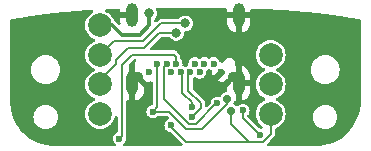
<source format=gbr>
%TF.GenerationSoftware,KiCad,Pcbnew,7.0.6*%
%TF.CreationDate,2023-11-30T13:43:46-08:00*%
%TF.ProjectId,UGC_USBC,5547435f-5553-4424-932e-6b696361645f,rev?*%
%TF.SameCoordinates,Original*%
%TF.FileFunction,Copper,L2,Bot*%
%TF.FilePolarity,Positive*%
%FSLAX46Y46*%
G04 Gerber Fmt 4.6, Leading zero omitted, Abs format (unit mm)*
G04 Created by KiCad (PCBNEW 7.0.6) date 2023-11-30 13:43:46*
%MOMM*%
%LPD*%
G01*
G04 APERTURE LIST*
%TA.AperFunction,ComponentPad*%
%ADD10C,0.600000*%
%TD*%
%TA.AperFunction,ComponentPad*%
%ADD11O,1.000000X2.000000*%
%TD*%
%TA.AperFunction,ComponentPad*%
%ADD12C,0.900000*%
%TD*%
%TA.AperFunction,ViaPad*%
%ADD13C,0.800000*%
%TD*%
%TA.AperFunction,ViaPad*%
%ADD14C,0.600000*%
%TD*%
%TA.AperFunction,ViaPad*%
%ADD15C,0.700000*%
%TD*%
%TA.AperFunction,ViaPad*%
%ADD16C,2.000000*%
%TD*%
%TA.AperFunction,Conductor*%
%ADD17C,0.200000*%
%TD*%
%TA.AperFunction,Conductor*%
%ADD18C,0.350000*%
%TD*%
G04 APERTURE END LIST*
D10*
%TO.P,J1,B1,GND*%
%TO.N,GND*%
X225866178Y-152812400D03*
%TO.P,J1,B2,SSTXP2*%
%TO.N,+3.3V_PRE*%
X226516178Y-152112400D03*
%TO.P,J1,B3,SSTXN2*%
%TO.N,N_CLOCK*%
X227316178Y-152112400D03*
%TO.P,J1,B4,VBUS*%
%TO.N,+5V_PRE*%
X227716178Y-152812400D03*
%TO.P,J1,B5,CC2*%
%TO.N,CC2*%
X228116178Y-152112400D03*
%TO.P,J1,B6,DP2*%
%TO.N,D+*%
X228516178Y-152812400D03*
%TO.P,J1,B7,DN2*%
%TO.N,D-*%
X229316178Y-152812400D03*
%TO.P,J1,B8,SBU2*%
%TO.N,unconnected-(J1-SBU2-PadB8)*%
X229716178Y-152112400D03*
%TO.P,J1,B9,VBUS*%
%TO.N,+5V_PRE*%
X230116178Y-152812400D03*
%TO.P,J1,B10,SSRXN1*%
%TO.N,N_LATCH*%
X230516178Y-152112400D03*
%TO.P,J1,B11,SSRXP1*%
%TO.N,N_DATA*%
X231316178Y-152112400D03*
%TO.P,J1,B12,GND*%
%TO.N,GND*%
X231966178Y-152812400D03*
D11*
%TO.P,J1,SH1,SHIELD*%
X233416178Y-148012400D03*
D12*
%TO.P,J1,SH2,SHIELD*%
X232966178Y-153212400D03*
D11*
%TO.P,J1,SH3,SHIELD*%
X233416178Y-153762400D03*
%TO.P,J1,SH4,SHIELD*%
X224416178Y-148012400D03*
D12*
%TO.P,J1,SH5,SHIELD*%
X224866178Y-153212400D03*
D11*
%TO.P,J1,SH6,SHIELD*%
X224416178Y-153762400D03*
%TD*%
D13*
%TO.N,GND*%
X221742000Y-158445200D03*
X226618800Y-157073600D03*
%TO.N,N_LATCH*%
X228142800Y-149504400D03*
D14*
%TO.N,+5V_PRE*%
X227685600Y-157327600D03*
%TO.N,N_CLOCK*%
X231599102Y-155449984D03*
D15*
%TO.N,+3.3V_PRE*%
X232460800Y-155092400D03*
%TO.N,+5V_PRE*%
X232811415Y-156107776D03*
D14*
%TO.N,D+*%
X229463600Y-155752800D03*
%TO.N,CC1*%
X235211839Y-158136958D03*
X233788651Y-156056353D03*
%TO.N,D-*%
X229472830Y-156616400D03*
%TO.N,+3.3V_PRE*%
X226161600Y-156159200D03*
D13*
%TO.N,N_DATA*%
X228904800Y-148691600D03*
%TO.N,N_CLOCK*%
X225856800Y-147828000D03*
D14*
%TO.N,CC2*%
X223316800Y-158445200D03*
D16*
%TO.N,N_CLOCK*%
X221691200Y-148862400D03*
%TO.N,+5V_PRE*%
X236141200Y-156362400D03*
%TO.N,D-*%
X236141200Y-153862400D03*
%TO.N,D+*%
X236141200Y-151362400D03*
%TO.N,GND*%
X236141200Y-148862400D03*
%TO.N,+3.3V_PRE*%
X221691200Y-156362400D03*
%TO.N,N_LATCH*%
X221691200Y-153862400D03*
%TO.N,N_DATA*%
X221691200Y-151362400D03*
%TD*%
D17*
%TO.N,+5V_PRE*%
X234340400Y-158750000D02*
X234543600Y-158750000D01*
X232811415Y-157221015D02*
X234340400Y-158750000D01*
X232811415Y-156107776D02*
X232811415Y-157221015D01*
%TO.N,+3.3V_PRE*%
X229006400Y-157632400D02*
X227533200Y-156159200D01*
X232460800Y-155498800D02*
X230327200Y-157632400D01*
X230327200Y-157632400D02*
X229006400Y-157632400D01*
X232460800Y-155092400D02*
X232460800Y-155498800D01*
X227533200Y-156159200D02*
X226161600Y-156159200D01*
%TO.N,N_DATA*%
X222838000Y-150215600D02*
X221691200Y-151362400D01*
X226872800Y-148691600D02*
X225348800Y-150215600D01*
X228904800Y-148691600D02*
X226872800Y-148691600D01*
X225348800Y-150215600D02*
X222838000Y-150215600D01*
%TO.N,N_LATCH*%
X226720400Y-149504400D02*
X228142800Y-149504400D01*
X224078800Y-150774400D02*
X225450400Y-150774400D01*
X225450400Y-150774400D02*
X226720400Y-149504400D01*
X221691200Y-153517600D02*
X223062800Y-152146000D01*
X221691200Y-153862400D02*
X221691200Y-153517600D01*
X223062800Y-152146000D02*
X223062800Y-151790400D01*
X223062800Y-151790400D02*
X224078800Y-150774400D01*
%TO.N,CC1*%
X233788651Y-156056353D02*
X233788651Y-156713770D01*
X233788651Y-156713770D02*
X235211839Y-158136958D01*
%TO.N,N_CLOCK*%
X227076000Y-155092400D02*
X227076000Y-154736800D01*
X229200000Y-157216400D02*
X227076000Y-155092400D01*
X229778000Y-157216400D02*
X229200000Y-157216400D01*
X231544416Y-155449984D02*
X229778000Y-157216400D01*
X231599102Y-155449984D02*
X231544416Y-155449984D01*
X227076000Y-152352578D02*
X227076000Y-154736800D01*
%TO.N,+5V_PRE*%
X227685600Y-157429200D02*
X229006400Y-158750000D01*
X229006400Y-158750000D02*
X234543600Y-158750000D01*
X227685600Y-157327600D02*
X227685600Y-157429200D01*
X234543600Y-158750000D02*
X235458000Y-158750000D01*
%TO.N,D-*%
X229171769Y-154382855D02*
X229171769Y-152956809D01*
X229171769Y-152956809D02*
X229316178Y-152812400D01*
X230202904Y-155413990D02*
X229171769Y-154382855D01*
X230202904Y-155886326D02*
X230202904Y-155413990D01*
X229472830Y-156616400D02*
X230202904Y-155886326D01*
D18*
%TO.N,N_DATA*%
X221916000Y-151362400D02*
X221691200Y-151362400D01*
%TO.N,N_CLOCK*%
X222725600Y-148862400D02*
X221691200Y-148862400D01*
X223520000Y-149656800D02*
X222725600Y-148862400D01*
X225856800Y-148844000D02*
X225044000Y-149656800D01*
X225044000Y-149656800D02*
X223520000Y-149656800D01*
X225856800Y-147828000D02*
X225856800Y-148844000D01*
D17*
%TO.N,+5V_PRE*%
X235458000Y-158750000D02*
X236141200Y-158066800D01*
X236141200Y-158066800D02*
X236141200Y-156362400D01*
%TO.N,D+*%
X228667491Y-154550291D02*
X228667491Y-152963713D01*
X228667491Y-152963713D02*
X228516178Y-152812400D01*
X229463600Y-155346400D02*
X228667491Y-154550291D01*
X229463600Y-155752800D02*
X229463600Y-155346400D01*
%TO.N,+3.3V_PRE*%
X226161600Y-156157156D02*
X226161600Y-156159200D01*
X226516178Y-155802578D02*
X226161600Y-156157156D01*
%TO.N,CC2*%
X227939600Y-151333200D02*
X224434400Y-151333200D01*
X223520000Y-158242000D02*
X223316800Y-158445200D01*
X228116178Y-151509778D02*
X227939600Y-151333200D01*
X224434400Y-151333200D02*
X223520000Y-152247600D01*
X228116178Y-152112400D02*
X228116178Y-151509778D01*
X223520000Y-152247600D02*
X223520000Y-158242000D01*
%TO.N,N_CLOCK*%
X227316178Y-152112400D02*
X227076000Y-152352578D01*
%TO.N,+3.3V_PRE*%
X226516178Y-152112400D02*
X226516178Y-155802578D01*
%TD*%
%TA.AperFunction,Conductor*%
%TO.N,GND*%
G36*
X221065248Y-147557808D02*
G01*
X221114171Y-147607691D01*
X221128360Y-147676104D01*
X221103310Y-147741329D01*
X221066776Y-147773441D01*
X221063568Y-147775293D01*
X220884321Y-147900802D01*
X220729602Y-148055521D01*
X220604100Y-148234757D01*
X220604098Y-148234761D01*
X220511626Y-148433068D01*
X220511622Y-148433077D01*
X220454993Y-148644420D01*
X220454993Y-148644423D01*
X220450866Y-148691599D01*
X220435923Y-148862397D01*
X220435923Y-148862402D01*
X220454993Y-149080375D01*
X220454993Y-149080379D01*
X220511622Y-149291722D01*
X220511624Y-149291726D01*
X220511625Y-149291730D01*
X220545986Y-149365418D01*
X220604097Y-149490038D01*
X220629198Y-149525886D01*
X220729602Y-149669277D01*
X220884323Y-149823998D01*
X221030571Y-149926402D01*
X221063561Y-149949502D01*
X221171893Y-150000018D01*
X221224332Y-150046190D01*
X221243484Y-150113384D01*
X221223268Y-150180265D01*
X221171893Y-150224782D01*
X221063562Y-150275298D01*
X221063557Y-150275300D01*
X220884321Y-150400802D01*
X220729602Y-150555521D01*
X220604100Y-150734757D01*
X220604098Y-150734761D01*
X220511626Y-150933068D01*
X220511622Y-150933077D01*
X220454993Y-151144420D01*
X220454993Y-151144424D01*
X220435923Y-151362397D01*
X220435923Y-151362402D01*
X220454993Y-151580375D01*
X220454993Y-151580379D01*
X220511622Y-151791722D01*
X220511624Y-151791726D01*
X220511625Y-151791730D01*
X220531698Y-151834777D01*
X220604097Y-151990038D01*
X220621775Y-152015284D01*
X220729602Y-152169277D01*
X220884323Y-152323998D01*
X221063561Y-152449502D01*
X221167033Y-152497752D01*
X221171893Y-152500018D01*
X221224332Y-152546190D01*
X221243484Y-152613384D01*
X221223268Y-152680265D01*
X221171893Y-152724782D01*
X221063562Y-152775298D01*
X221063557Y-152775300D01*
X220884321Y-152900802D01*
X220729602Y-153055521D01*
X220604100Y-153234757D01*
X220604098Y-153234761D01*
X220511626Y-153433068D01*
X220511622Y-153433077D01*
X220454993Y-153644420D01*
X220454993Y-153644424D01*
X220437365Y-153845921D01*
X220435923Y-153862400D01*
X220454897Y-154079284D01*
X220454993Y-154080375D01*
X220454993Y-154080379D01*
X220511622Y-154291722D01*
X220511624Y-154291726D01*
X220511625Y-154291730D01*
X220521597Y-154313115D01*
X220604097Y-154490038D01*
X220617152Y-154508682D01*
X220729602Y-154669277D01*
X220884323Y-154823998D01*
X221043761Y-154935638D01*
X221063561Y-154949502D01*
X221171893Y-155000018D01*
X221224332Y-155046190D01*
X221243484Y-155113384D01*
X221223268Y-155180265D01*
X221171893Y-155224782D01*
X221063562Y-155275298D01*
X221063557Y-155275300D01*
X220884321Y-155400802D01*
X220729602Y-155555521D01*
X220604100Y-155734757D01*
X220604098Y-155734761D01*
X220569620Y-155808700D01*
X220512927Y-155930279D01*
X220511626Y-155933068D01*
X220511622Y-155933077D01*
X220454993Y-156144420D01*
X220454993Y-156144424D01*
X220436484Y-156355992D01*
X220435923Y-156362400D01*
X220453080Y-156558515D01*
X220454993Y-156580375D01*
X220454993Y-156580379D01*
X220511622Y-156791722D01*
X220511624Y-156791726D01*
X220511625Y-156791730D01*
X220522552Y-156815163D01*
X220604097Y-156990038D01*
X220604098Y-156990039D01*
X220729602Y-157169277D01*
X220884323Y-157323998D01*
X221063561Y-157449502D01*
X221261870Y-157541975D01*
X221473223Y-157598607D01*
X221656126Y-157614608D01*
X221691198Y-157617677D01*
X221691200Y-157617677D01*
X221691202Y-157617677D01*
X221719454Y-157615205D01*
X221909177Y-157598607D01*
X222120530Y-157541975D01*
X222318839Y-157449502D01*
X222498077Y-157323998D01*
X222652798Y-157169277D01*
X222778302Y-156990039D01*
X222870775Y-156791730D01*
X222925725Y-156586651D01*
X222962090Y-156526992D01*
X223024937Y-156496463D01*
X223094312Y-156504758D01*
X223148190Y-156549243D01*
X223169465Y-156615795D01*
X223169500Y-156618746D01*
X223169500Y-157827502D01*
X223149815Y-157894541D01*
X223097011Y-157940296D01*
X223092954Y-157942063D01*
X223039175Y-157964339D01*
X222924179Y-158052579D01*
X222835937Y-158167577D01*
X222780471Y-158301487D01*
X222780470Y-158301491D01*
X222761550Y-158445199D01*
X222761550Y-158445200D01*
X222780470Y-158588908D01*
X222780471Y-158588912D01*
X222835937Y-158722822D01*
X222835938Y-158722824D01*
X222835939Y-158722825D01*
X222924179Y-158837821D01*
X222924180Y-158837822D01*
X222960465Y-158865664D01*
X223001668Y-158922092D01*
X223005823Y-158991838D01*
X222971611Y-159052758D01*
X222909893Y-159085511D01*
X222884979Y-159088040D01*
X217917729Y-159088040D01*
X217914686Y-159087965D01*
X217541923Y-159069652D01*
X217535865Y-159069056D01*
X217168209Y-159014519D01*
X217162239Y-159013332D01*
X216801704Y-158923023D01*
X216795878Y-158921256D01*
X216445919Y-158796039D01*
X216440294Y-158793709D01*
X216104307Y-158634800D01*
X216098938Y-158631931D01*
X215780138Y-158440852D01*
X215775075Y-158437469D01*
X215476535Y-158216057D01*
X215471829Y-158212195D01*
X215429417Y-158173755D01*
X215196430Y-157962590D01*
X215192135Y-157958295D01*
X214942515Y-157682886D01*
X214938670Y-157678200D01*
X214717247Y-157379649D01*
X214713875Y-157374602D01*
X214613012Y-157206326D01*
X214522781Y-157055787D01*
X214519920Y-157050433D01*
X214360998Y-156714426D01*
X214358677Y-156708823D01*
X214324176Y-156612400D01*
X216052878Y-156612400D01*
X216072677Y-156813431D01*
X216131318Y-157006745D01*
X216226538Y-157184888D01*
X216226543Y-157184895D01*
X216354692Y-157341047D01*
X216401715Y-157379637D01*
X216510846Y-157469198D01*
X216510849Y-157469199D01*
X216510851Y-157469201D01*
X216688994Y-157564421D01*
X216688996Y-157564421D01*
X216688999Y-157564423D01*
X216882307Y-157623062D01*
X217083340Y-157642862D01*
X217284373Y-157623062D01*
X217477681Y-157564423D01*
X217519675Y-157541977D01*
X217608198Y-157494660D01*
X217655834Y-157469198D01*
X217811987Y-157341047D01*
X217940138Y-157184894D01*
X218035363Y-157006741D01*
X218094002Y-156813433D01*
X218113802Y-156612400D01*
X218094002Y-156411367D01*
X218035363Y-156218059D01*
X218035361Y-156218056D01*
X218035361Y-156218054D01*
X217940141Y-156039911D01*
X217940139Y-156039909D01*
X217940138Y-156039906D01*
X217862723Y-155945575D01*
X217811987Y-155883752D01*
X217669865Y-155767117D01*
X217655834Y-155755602D01*
X217655832Y-155755601D01*
X217655828Y-155755598D01*
X217477685Y-155660378D01*
X217284371Y-155601737D01*
X217083340Y-155581938D01*
X216882308Y-155601737D01*
X216688994Y-155660378D01*
X216510851Y-155755598D01*
X216510844Y-155755603D01*
X216354692Y-155883752D01*
X216226543Y-156039904D01*
X216226538Y-156039911D01*
X216131318Y-156218054D01*
X216072677Y-156411368D01*
X216052878Y-156612400D01*
X214324176Y-156612400D01*
X214233453Y-156358853D01*
X214231690Y-156353042D01*
X214231686Y-156353028D01*
X214141373Y-155992490D01*
X214140186Y-155986524D01*
X214140185Y-155986519D01*
X214113807Y-155808700D01*
X214085648Y-155618872D01*
X214085051Y-155612814D01*
X214066775Y-155240863D01*
X214066700Y-155237820D01*
X214066700Y-152612401D01*
X215853158Y-152612401D01*
X215871847Y-152826013D01*
X215871849Y-152826024D01*
X215927345Y-153033139D01*
X215927347Y-153033143D01*
X215927348Y-153033147D01*
X215945601Y-153072290D01*
X216017971Y-153227490D01*
X216102864Y-153348729D01*
X216140967Y-153403145D01*
X216292595Y-153554773D01*
X216468249Y-153677768D01*
X216662593Y-153768392D01*
X216869721Y-153823892D01*
X217022305Y-153837241D01*
X217083338Y-153842581D01*
X217083340Y-153842581D01*
X217083342Y-153842581D01*
X217136744Y-153837908D01*
X217296959Y-153823892D01*
X217504087Y-153768392D01*
X217698431Y-153677768D01*
X217874085Y-153554773D01*
X218025713Y-153403145D01*
X218148708Y-153227491D01*
X218239332Y-153033147D01*
X218294832Y-152826019D01*
X218313521Y-152612400D01*
X218311846Y-152593259D01*
X218306748Y-152534982D01*
X218294832Y-152398781D01*
X218239332Y-152191653D01*
X218148708Y-151997310D01*
X218147331Y-151995344D01*
X218025716Y-151821659D01*
X218025711Y-151821653D01*
X217874085Y-151670027D01*
X217698430Y-151547031D01*
X217571877Y-151488019D01*
X217504087Y-151456408D01*
X217504083Y-151456407D01*
X217504079Y-151456405D01*
X217296964Y-151400909D01*
X217296960Y-151400908D01*
X217296959Y-151400908D01*
X217296958Y-151400907D01*
X217296953Y-151400907D01*
X217083342Y-151382219D01*
X217083338Y-151382219D01*
X216869726Y-151400907D01*
X216869715Y-151400909D01*
X216662600Y-151456405D01*
X216662591Y-151456409D01*
X216468250Y-151547031D01*
X216468248Y-151547032D01*
X216292599Y-151670023D01*
X216292593Y-151670028D01*
X216140968Y-151821653D01*
X216140963Y-151821659D01*
X216017972Y-151997308D01*
X216017971Y-151997310D01*
X215927349Y-152191651D01*
X215927345Y-152191660D01*
X215871849Y-152398775D01*
X215871847Y-152398786D01*
X215853158Y-152612398D01*
X215853158Y-152612401D01*
X214066700Y-152612401D01*
X214066700Y-148467755D01*
X214086385Y-148400716D01*
X214139189Y-148354961D01*
X214168770Y-148345710D01*
X214226768Y-148335288D01*
X214368294Y-148310209D01*
X214510022Y-148285454D01*
X214651906Y-148261032D01*
X214793175Y-148237076D01*
X214934537Y-148213467D01*
X215076364Y-148190148D01*
X215218091Y-148167212D01*
X215259393Y-148160636D01*
X215359609Y-148144680D01*
X215501512Y-148122457D01*
X215643302Y-148100623D01*
X215669314Y-148096686D01*
X215785409Y-148079115D01*
X215927668Y-148057958D01*
X216069595Y-148037226D01*
X216212325Y-148016754D01*
X216233659Y-148013755D01*
X216375563Y-147993807D01*
X216537767Y-147971509D01*
X216699690Y-147949750D01*
X216861401Y-147928515D01*
X217023031Y-147907788D01*
X217184000Y-147887638D01*
X217345116Y-147867960D01*
X217505855Y-147848813D01*
X217666461Y-147830164D01*
X217826961Y-147812007D01*
X217987504Y-147794318D01*
X218148060Y-147777097D01*
X218308272Y-147760376D01*
X218469331Y-147744028D01*
X218629920Y-147728183D01*
X218790985Y-147712739D01*
X218952012Y-147697742D01*
X219113481Y-147683141D01*
X219275505Y-147668922D01*
X219437536Y-147655128D01*
X219514914Y-147648739D01*
X219599838Y-147641727D01*
X219762538Y-147628704D01*
X219926190Y-147616010D01*
X220090253Y-147603681D01*
X220255007Y-147591691D01*
X220420056Y-147580062D01*
X220585867Y-147568753D01*
X220752057Y-147557785D01*
X220794488Y-147555075D01*
X220919605Y-147547084D01*
X220997124Y-147542295D01*
X221065248Y-147557808D01*
G37*
%TD.AperFunction*%
%TA.AperFunction,Conductor*%
G36*
X225384911Y-153381594D02*
G01*
X225405571Y-153398240D01*
X225691307Y-153683976D01*
X225695121Y-153676841D01*
X225744083Y-153626997D01*
X225812221Y-153611536D01*
X225818366Y-153612074D01*
X225866178Y-153617462D01*
X225866180Y-153617462D01*
X226027794Y-153599252D01*
X226096616Y-153611306D01*
X226147995Y-153658655D01*
X226165678Y-153722472D01*
X226165678Y-155494668D01*
X226145993Y-155561707D01*
X226093189Y-155607462D01*
X226057865Y-155617607D01*
X226017891Y-155622870D01*
X226017887Y-155622871D01*
X225883977Y-155678337D01*
X225768979Y-155766579D01*
X225680737Y-155881577D01*
X225625271Y-156015487D01*
X225625270Y-156015491D01*
X225606350Y-156159200D01*
X225624630Y-156298051D01*
X225625270Y-156302908D01*
X225625271Y-156302912D01*
X225680737Y-156436822D01*
X225680738Y-156436824D01*
X225680739Y-156436825D01*
X225768979Y-156551821D01*
X225883975Y-156640061D01*
X226017891Y-156695530D01*
X226144880Y-156712248D01*
X226161599Y-156714450D01*
X226161600Y-156714450D01*
X226161601Y-156714450D01*
X226176577Y-156712478D01*
X226305309Y-156695530D01*
X226439225Y-156640061D01*
X226554221Y-156551821D01*
X226554223Y-156551817D01*
X226554227Y-156551815D01*
X226559972Y-156546071D01*
X226562488Y-156548587D01*
X226605783Y-156516997D01*
X226647692Y-156509700D01*
X227336656Y-156509700D01*
X227403695Y-156529385D01*
X227424337Y-156546019D01*
X227500962Y-156622644D01*
X227534447Y-156683967D01*
X227529463Y-156753659D01*
X227487591Y-156809592D01*
X227460733Y-156824886D01*
X227407977Y-156846737D01*
X227292979Y-156934979D01*
X227204737Y-157049977D01*
X227149271Y-157183887D01*
X227149270Y-157183891D01*
X227131034Y-157322408D01*
X227130350Y-157327600D01*
X227148992Y-157469201D01*
X227149270Y-157471308D01*
X227149271Y-157471312D01*
X227204737Y-157605222D01*
X227204738Y-157605224D01*
X227204739Y-157605225D01*
X227292979Y-157720221D01*
X227407975Y-157808461D01*
X227541891Y-157863930D01*
X227595462Y-157870982D01*
X227659358Y-157899248D01*
X227666958Y-157906240D01*
X228637077Y-158876359D01*
X228670562Y-158937682D01*
X228665578Y-159007374D01*
X228623706Y-159063307D01*
X228558242Y-159087724D01*
X228549396Y-159088040D01*
X223748621Y-159088040D01*
X223681582Y-159068355D01*
X223635827Y-159015551D01*
X223625883Y-158946393D01*
X223654908Y-158882837D01*
X223673135Y-158865664D01*
X223709421Y-158837821D01*
X223797661Y-158722825D01*
X223853130Y-158588909D01*
X223872050Y-158445200D01*
X223861652Y-158366224D01*
X223867310Y-158309778D01*
X223870500Y-158300488D01*
X223870500Y-158300479D01*
X223871706Y-158293256D01*
X223872617Y-158285952D01*
X223870500Y-158234770D01*
X223870500Y-155307499D01*
X223890185Y-155240460D01*
X223942989Y-155194705D01*
X224012147Y-155184761D01*
X224049110Y-155196172D01*
X224067083Y-155204988D01*
X224166178Y-155230644D01*
X224166178Y-154523404D01*
X224185863Y-154456365D01*
X224238667Y-154410610D01*
X224307825Y-154400666D01*
X224322260Y-154403626D01*
X224356869Y-154412900D01*
X224356872Y-154412900D01*
X224475483Y-154412900D01*
X224475487Y-154412900D01*
X224510086Y-154403629D01*
X224579932Y-154405292D01*
X224637795Y-154444454D01*
X224665300Y-154508682D01*
X224666177Y-154523404D01*
X224666177Y-155235766D01*
X224668122Y-155235469D01*
X224668123Y-155235469D01*
X224858838Y-155164836D01*
X224858842Y-155164834D01*
X225031445Y-155057250D01*
X225178846Y-154917135D01*
X225178847Y-154917133D01*
X225295034Y-154750204D01*
X225375237Y-154563307D01*
X225416178Y-154364090D01*
X225416178Y-154062471D01*
X225347665Y-154034092D01*
X225307437Y-154007212D01*
X225049578Y-153749353D01*
X225016093Y-153688030D01*
X225021077Y-153618338D01*
X225062949Y-153562405D01*
X225070198Y-153557371D01*
X225131154Y-153518203D01*
X225206579Y-153431164D01*
X225206580Y-153431160D01*
X225211376Y-153423700D01*
X225213305Y-153424940D01*
X225250832Y-153381618D01*
X225317868Y-153361921D01*
X225384911Y-153381594D01*
G37*
%TD.AperFunction*%
%TA.AperFunction,Conductor*%
G36*
X229032357Y-147347646D02*
G01*
X229147248Y-147347710D01*
X229262849Y-147347821D01*
X229379689Y-147347981D01*
X229493339Y-147348185D01*
X229611852Y-147348448D01*
X229727092Y-147348759D01*
X229843600Y-147349125D01*
X229958367Y-147349543D01*
X230076396Y-147350031D01*
X230190935Y-147350562D01*
X230308114Y-147351169D01*
X230422957Y-147351826D01*
X230538538Y-147352550D01*
X230538538Y-147352551D01*
X230655951Y-147353354D01*
X230770848Y-147354209D01*
X230886750Y-147355140D01*
X231004350Y-147356158D01*
X231119336Y-147357227D01*
X231236793Y-147358395D01*
X231351637Y-147359613D01*
X231467089Y-147360915D01*
X231467090Y-147360916D01*
X231584534Y-147362324D01*
X231699593Y-147363785D01*
X231814929Y-147365333D01*
X231931000Y-147366978D01*
X232047224Y-147368713D01*
X232162787Y-147370529D01*
X232278560Y-147372438D01*
X232294324Y-147372711D01*
X232361013Y-147393553D01*
X232405847Y-147447140D01*
X232416178Y-147496692D01*
X232416178Y-147762400D01*
X233116178Y-147762400D01*
X233116178Y-148262400D01*
X232416178Y-148262400D01*
X232416178Y-148563113D01*
X232431596Y-148714738D01*
X232492477Y-148908781D01*
X232492482Y-148908791D01*
X232591183Y-149086615D01*
X232591183Y-149086616D01*
X232723656Y-149240930D01*
X232723657Y-149240931D01*
X232884482Y-149365418D01*
X233067085Y-149454989D01*
X233166177Y-149480644D01*
X233166177Y-148628510D01*
X233190635Y-148668010D01*
X233280140Y-148735601D01*
X233388018Y-148766295D01*
X233499699Y-148755946D01*
X233600100Y-148705952D01*
X233666178Y-148633469D01*
X233666178Y-149485765D01*
X233668122Y-149485469D01*
X233668123Y-149485469D01*
X233858838Y-149414836D01*
X233858842Y-149414834D01*
X234031445Y-149307250D01*
X234178846Y-149167135D01*
X234178847Y-149167133D01*
X234295034Y-149000204D01*
X234375237Y-148813307D01*
X234416178Y-148614090D01*
X234416178Y-148262400D01*
X233716178Y-148262400D01*
X233716178Y-147762400D01*
X234416178Y-147762400D01*
X234416178Y-147555075D01*
X234435863Y-147488036D01*
X234488667Y-147442281D01*
X234544682Y-147431157D01*
X234636946Y-147434510D01*
X234754828Y-147438933D01*
X234873352Y-147443523D01*
X234991379Y-147448239D01*
X235109785Y-147453116D01*
X235228016Y-147458135D01*
X235345708Y-147463283D01*
X235463848Y-147468604D01*
X235581860Y-147474073D01*
X235699391Y-147479678D01*
X235817186Y-147485454D01*
X235935583Y-147491422D01*
X236052944Y-147497503D01*
X236170355Y-147503750D01*
X236288399Y-147510201D01*
X236406546Y-147516829D01*
X236575773Y-147526607D01*
X236744852Y-147536709D01*
X236744853Y-147536710D01*
X236912759Y-147547082D01*
X237080371Y-147557787D01*
X237246534Y-147568754D01*
X237412287Y-147580058D01*
X237577366Y-147591690D01*
X237742120Y-147603679D01*
X237906208Y-147616010D01*
X238069885Y-147628706D01*
X238232559Y-147641727D01*
X238317485Y-147648739D01*
X238394865Y-147655128D01*
X238556893Y-147668922D01*
X238718914Y-147683141D01*
X238880420Y-147697745D01*
X239041414Y-147712739D01*
X239202475Y-147728183D01*
X239202506Y-147728186D01*
X239363096Y-147744031D01*
X239524122Y-147760376D01*
X239684649Y-147777129D01*
X239844893Y-147794318D01*
X240005432Y-147812006D01*
X240165937Y-147830164D01*
X240326543Y-147848813D01*
X240487282Y-147867960D01*
X240648398Y-147887638D01*
X240809659Y-147907825D01*
X240971002Y-147928515D01*
X241132708Y-147949750D01*
X241294631Y-147971509D01*
X241456843Y-147993809D01*
X241620029Y-148016747D01*
X241762797Y-148037225D01*
X241904679Y-148057951D01*
X242046996Y-148079116D01*
X242189096Y-148100623D01*
X242330885Y-148122457D01*
X242472796Y-148144681D01*
X242614246Y-148167202D01*
X242756089Y-148190157D01*
X242897796Y-148213456D01*
X243039288Y-148237087D01*
X243180492Y-148261032D01*
X243322376Y-148285454D01*
X243464104Y-148310209D01*
X243605630Y-148335288D01*
X243614959Y-148336964D01*
X243663631Y-148345710D01*
X243726131Y-148376940D01*
X243761826Y-148437003D01*
X243765700Y-148467755D01*
X243765700Y-155237006D01*
X243765625Y-155240050D01*
X243747308Y-155612810D01*
X243746711Y-155618869D01*
X243692172Y-155986519D01*
X243690984Y-155992490D01*
X243600672Y-156353028D01*
X243598905Y-156358854D01*
X243473690Y-156708796D01*
X243471360Y-156714421D01*
X243312446Y-157050410D01*
X243309579Y-157055774D01*
X243304578Y-157064118D01*
X243118494Y-157374575D01*
X243115112Y-157379637D01*
X242893707Y-157678164D01*
X242889845Y-157682870D01*
X242640241Y-157958262D01*
X242635936Y-157962567D01*
X242360541Y-158212168D01*
X242355835Y-158216030D01*
X242057306Y-158437432D01*
X242052244Y-158440815D01*
X241733442Y-158631896D01*
X241728073Y-158634765D01*
X241392090Y-158793672D01*
X241386465Y-158796002D01*
X241036509Y-158921218D01*
X241030683Y-158922985D01*
X240670152Y-159013293D01*
X240664181Y-159014480D01*
X240296530Y-159069016D01*
X240290472Y-159069612D01*
X239945845Y-159086543D01*
X239916909Y-159087965D01*
X239913872Y-159088040D01*
X235915003Y-159088040D01*
X235847964Y-159068355D01*
X235802209Y-159015551D01*
X235792265Y-158946393D01*
X235821290Y-158882837D01*
X235827322Y-158876359D01*
X236071785Y-158631896D01*
X236354246Y-158349434D01*
X236374102Y-158333311D01*
X236381869Y-158328237D01*
X236402073Y-158302277D01*
X236407141Y-158296539D01*
X236409576Y-158294106D01*
X236415396Y-158285954D01*
X236422248Y-158276358D01*
X236453713Y-158235931D01*
X236453712Y-158235931D01*
X236453717Y-158235926D01*
X236453719Y-158235919D01*
X236457182Y-158229518D01*
X236457221Y-158229440D01*
X236457263Y-158229361D01*
X236460435Y-158222872D01*
X236460440Y-158222866D01*
X236470874Y-158187819D01*
X236475061Y-158173755D01*
X236479409Y-158161086D01*
X236491700Y-158125288D01*
X236491700Y-158125279D01*
X236492906Y-158118058D01*
X236493817Y-158110751D01*
X236491700Y-158059558D01*
X236491700Y-157657492D01*
X236511385Y-157590453D01*
X236564189Y-157544698D01*
X236568305Y-157543011D01*
X236570522Y-157541977D01*
X236570530Y-157541975D01*
X236768839Y-157449502D01*
X236948077Y-157323998D01*
X237102798Y-157169277D01*
X237228302Y-156990039D01*
X237320775Y-156791730D01*
X237368826Y-156612400D01*
X239718598Y-156612400D01*
X239738397Y-156813431D01*
X239797038Y-157006745D01*
X239892258Y-157184888D01*
X239892263Y-157184895D01*
X240020412Y-157341047D01*
X240067435Y-157379637D01*
X240176566Y-157469198D01*
X240176569Y-157469199D01*
X240176571Y-157469201D01*
X240354714Y-157564421D01*
X240354716Y-157564421D01*
X240354719Y-157564423D01*
X240548027Y-157623062D01*
X240749060Y-157642862D01*
X240950093Y-157623062D01*
X241143401Y-157564423D01*
X241185395Y-157541977D01*
X241273918Y-157494660D01*
X241321554Y-157469198D01*
X241477707Y-157341047D01*
X241605858Y-157184894D01*
X241701083Y-157006741D01*
X241759722Y-156813433D01*
X241779522Y-156612400D01*
X241759722Y-156411367D01*
X241701083Y-156218059D01*
X241701081Y-156218056D01*
X241701081Y-156218054D01*
X241605861Y-156039911D01*
X241605859Y-156039909D01*
X241605858Y-156039906D01*
X241528443Y-155945575D01*
X241477707Y-155883752D01*
X241335585Y-155767117D01*
X241321554Y-155755602D01*
X241321552Y-155755601D01*
X241321548Y-155755598D01*
X241143405Y-155660378D01*
X240950091Y-155601737D01*
X240749060Y-155581938D01*
X240548028Y-155601737D01*
X240354714Y-155660378D01*
X240176571Y-155755598D01*
X240176564Y-155755603D01*
X240020412Y-155883752D01*
X239892263Y-156039904D01*
X239892258Y-156039911D01*
X239797038Y-156218054D01*
X239738397Y-156411368D01*
X239718598Y-156612400D01*
X237368826Y-156612400D01*
X237377407Y-156580377D01*
X237396477Y-156362400D01*
X237395916Y-156355992D01*
X237385161Y-156233055D01*
X237377407Y-156144423D01*
X237320775Y-155933070D01*
X237228302Y-155734762D01*
X237228300Y-155734759D01*
X237228299Y-155734757D01*
X237102799Y-155555524D01*
X237032643Y-155485368D01*
X236948077Y-155400802D01*
X236768839Y-155275298D01*
X236713536Y-155249510D01*
X236660507Y-155224782D01*
X236608067Y-155178610D01*
X236588915Y-155111416D01*
X236609131Y-155044535D01*
X236660507Y-155000018D01*
X236768839Y-154949502D01*
X236948077Y-154823998D01*
X237102798Y-154669277D01*
X237228302Y-154490039D01*
X237320775Y-154291730D01*
X237377407Y-154080377D01*
X237396477Y-153862400D01*
X237377407Y-153644423D01*
X237320775Y-153433070D01*
X237228302Y-153234762D01*
X237228300Y-153234759D01*
X237228299Y-153234757D01*
X237102799Y-153055524D01*
X237026966Y-152979691D01*
X236948077Y-152900802D01*
X236768839Y-152775298D01*
X236748929Y-152766014D01*
X236660507Y-152724782D01*
X236608067Y-152678610D01*
X236589196Y-152612401D01*
X239518878Y-152612401D01*
X239537567Y-152826013D01*
X239537569Y-152826024D01*
X239593065Y-153033139D01*
X239593067Y-153033143D01*
X239593068Y-153033147D01*
X239611321Y-153072290D01*
X239683691Y-153227490D01*
X239768584Y-153348729D01*
X239806687Y-153403145D01*
X239958315Y-153554773D01*
X240133969Y-153677768D01*
X240328313Y-153768392D01*
X240535441Y-153823892D01*
X240688026Y-153837241D01*
X240749058Y-153842581D01*
X240749060Y-153842581D01*
X240749062Y-153842581D01*
X240802464Y-153837908D01*
X240962679Y-153823892D01*
X241169807Y-153768392D01*
X241364151Y-153677768D01*
X241539805Y-153554773D01*
X241691433Y-153403145D01*
X241814428Y-153227491D01*
X241905052Y-153033147D01*
X241960552Y-152826019D01*
X241979241Y-152612400D01*
X241977566Y-152593259D01*
X241972468Y-152534982D01*
X241960552Y-152398781D01*
X241905052Y-152191653D01*
X241814428Y-151997310D01*
X241813051Y-151995344D01*
X241691436Y-151821659D01*
X241691431Y-151821653D01*
X241539805Y-151670027D01*
X241364150Y-151547031D01*
X241237597Y-151488019D01*
X241169807Y-151456408D01*
X241169803Y-151456407D01*
X241169799Y-151456405D01*
X240962684Y-151400909D01*
X240962680Y-151400908D01*
X240962679Y-151400908D01*
X240962678Y-151400907D01*
X240962673Y-151400907D01*
X240749062Y-151382219D01*
X240749058Y-151382219D01*
X240535446Y-151400907D01*
X240535435Y-151400909D01*
X240328320Y-151456405D01*
X240328311Y-151456409D01*
X240133970Y-151547031D01*
X240133968Y-151547032D01*
X239958319Y-151670023D01*
X239958313Y-151670028D01*
X239806688Y-151821653D01*
X239806683Y-151821659D01*
X239683692Y-151997308D01*
X239683691Y-151997310D01*
X239593069Y-152191651D01*
X239593065Y-152191660D01*
X239537569Y-152398775D01*
X239537567Y-152398786D01*
X239518878Y-152612398D01*
X239518878Y-152612401D01*
X236589196Y-152612401D01*
X236588915Y-152611416D01*
X236609131Y-152544535D01*
X236660507Y-152500018D01*
X236768839Y-152449502D01*
X236948077Y-152323998D01*
X237102798Y-152169277D01*
X237228302Y-151990039D01*
X237320775Y-151791730D01*
X237377407Y-151580377D01*
X237396477Y-151362400D01*
X237377407Y-151144423D01*
X237342449Y-151013960D01*
X237320777Y-150933077D01*
X237320776Y-150933076D01*
X237320775Y-150933070D01*
X237228302Y-150734762D01*
X237228300Y-150734759D01*
X237228299Y-150734757D01*
X237102799Y-150555524D01*
X237102796Y-150555521D01*
X236948077Y-150400802D01*
X236768839Y-150275298D01*
X236768840Y-150275298D01*
X236768838Y-150275297D01*
X236660507Y-150224782D01*
X236570530Y-150182825D01*
X236570526Y-150182824D01*
X236570522Y-150182822D01*
X236359177Y-150126193D01*
X236141202Y-150107123D01*
X236141198Y-150107123D01*
X236027205Y-150117096D01*
X235923223Y-150126193D01*
X235923220Y-150126193D01*
X235711877Y-150182822D01*
X235711868Y-150182826D01*
X235513561Y-150275298D01*
X235513557Y-150275300D01*
X235334321Y-150400802D01*
X235179602Y-150555521D01*
X235054100Y-150734757D01*
X235054098Y-150734761D01*
X234961626Y-150933068D01*
X234961622Y-150933077D01*
X234904993Y-151144420D01*
X234904993Y-151144424D01*
X234885923Y-151362397D01*
X234885923Y-151362402D01*
X234904993Y-151580375D01*
X234904993Y-151580379D01*
X234961622Y-151791722D01*
X234961624Y-151791726D01*
X234961625Y-151791730D01*
X234981698Y-151834777D01*
X235054097Y-151990038D01*
X235071775Y-152015284D01*
X235179602Y-152169277D01*
X235334323Y-152323998D01*
X235513561Y-152449502D01*
X235617033Y-152497752D01*
X235621893Y-152500018D01*
X235674332Y-152546190D01*
X235693484Y-152613384D01*
X235673268Y-152680265D01*
X235621893Y-152724782D01*
X235513562Y-152775298D01*
X235513557Y-152775300D01*
X235334321Y-152900802D01*
X235179602Y-153055521D01*
X235054100Y-153234757D01*
X235054098Y-153234761D01*
X234961626Y-153433068D01*
X234961622Y-153433077D01*
X234904993Y-153644420D01*
X234904993Y-153644424D01*
X234887365Y-153845921D01*
X234885923Y-153862400D01*
X234904897Y-154079284D01*
X234904993Y-154080375D01*
X234904993Y-154080379D01*
X234961622Y-154291722D01*
X234961624Y-154291726D01*
X234961625Y-154291730D01*
X234971597Y-154313115D01*
X235054097Y-154490038D01*
X235067152Y-154508682D01*
X235179602Y-154669277D01*
X235334323Y-154823998D01*
X235493761Y-154935638D01*
X235513561Y-154949502D01*
X235621893Y-155000018D01*
X235674332Y-155046190D01*
X235693484Y-155113384D01*
X235673268Y-155180265D01*
X235621893Y-155224782D01*
X235513562Y-155275298D01*
X235513557Y-155275300D01*
X235334321Y-155400802D01*
X235179602Y-155555521D01*
X235054100Y-155734757D01*
X235054098Y-155734761D01*
X235019620Y-155808700D01*
X234962927Y-155930279D01*
X234961626Y-155933068D01*
X234961622Y-155933077D01*
X234904993Y-156144420D01*
X234904993Y-156144424D01*
X234886484Y-156355992D01*
X234885923Y-156362400D01*
X234903080Y-156558515D01*
X234904993Y-156580375D01*
X234904993Y-156580379D01*
X234961622Y-156791722D01*
X234961624Y-156791726D01*
X234961625Y-156791730D01*
X234972552Y-156815163D01*
X235054097Y-156990038D01*
X235054098Y-156990039D01*
X235179602Y-157169277D01*
X235334323Y-157323998D01*
X235400857Y-157370586D01*
X235444481Y-157425161D01*
X235451673Y-157494660D01*
X235420151Y-157557014D01*
X235359921Y-157592428D01*
X235313547Y-157595098D01*
X235211841Y-157581708D01*
X235203712Y-157581708D01*
X235203712Y-157578201D01*
X235150452Y-157569730D01*
X235115961Y-157545398D01*
X234187945Y-156617381D01*
X234154460Y-156556058D01*
X234159444Y-156486366D01*
X234177251Y-156454213D01*
X234181269Y-156448975D01*
X234181272Y-156448974D01*
X234269512Y-156333978D01*
X234324981Y-156200062D01*
X234343901Y-156056353D01*
X234324981Y-155912644D01*
X234269512Y-155778728D01*
X234181272Y-155663732D01*
X234066276Y-155575492D01*
X234066275Y-155575491D01*
X234066273Y-155575490D01*
X233932363Y-155520024D01*
X233932361Y-155520023D01*
X233932360Y-155520023D01*
X233860505Y-155510563D01*
X233788652Y-155501103D01*
X233788650Y-155501103D01*
X233644942Y-155520023D01*
X233644938Y-155520024D01*
X233511028Y-155575490D01*
X233500927Y-155583241D01*
X233396030Y-155663732D01*
X233396028Y-155663734D01*
X233389583Y-155668680D01*
X233388788Y-155667645D01*
X233334785Y-155697121D01*
X233265094Y-155692124D01*
X233232962Y-155674326D01*
X233114257Y-155583241D01*
X233114256Y-155583240D01*
X233062271Y-155561707D01*
X233052308Y-155557580D01*
X232997905Y-155513738D01*
X232975841Y-155447444D01*
X232985201Y-155395567D01*
X232986581Y-155392236D01*
X233023165Y-155303911D01*
X233067004Y-155249510D01*
X233133298Y-155227445D01*
X233165733Y-155230989D01*
X233166178Y-155230645D01*
X233166178Y-154523404D01*
X233185863Y-154456365D01*
X233238667Y-154410610D01*
X233307825Y-154400666D01*
X233322260Y-154403626D01*
X233356869Y-154412900D01*
X233356872Y-154412900D01*
X233475484Y-154412900D01*
X233475487Y-154412900D01*
X233510086Y-154403629D01*
X233579934Y-154405292D01*
X233637797Y-154444454D01*
X233665301Y-154508683D01*
X233666178Y-154523404D01*
X233666178Y-155235765D01*
X233668122Y-155235469D01*
X233668123Y-155235469D01*
X233858838Y-155164836D01*
X233858842Y-155164834D01*
X234031445Y-155057250D01*
X234178846Y-154917135D01*
X234178847Y-154917133D01*
X234295034Y-154750204D01*
X234375237Y-154563307D01*
X234416178Y-154364090D01*
X234416178Y-154012400D01*
X233990677Y-154012400D01*
X233923638Y-153992715D01*
X233877883Y-153939911D01*
X233866677Y-153888400D01*
X233866678Y-153636400D01*
X233886363Y-153569360D01*
X233939167Y-153523605D01*
X233990678Y-153512400D01*
X234416178Y-153512400D01*
X234416178Y-153211686D01*
X234400759Y-153060061D01*
X234339878Y-152866018D01*
X234339873Y-152866008D01*
X234241172Y-152688184D01*
X234241172Y-152688183D01*
X234108699Y-152533869D01*
X234108698Y-152533868D01*
X233947873Y-152409381D01*
X233765271Y-152319811D01*
X233666178Y-152294153D01*
X233666178Y-152696053D01*
X233646493Y-152763092D01*
X233593689Y-152808847D01*
X233524531Y-152818791D01*
X233521069Y-152818243D01*
X233487259Y-152812402D01*
X233458480Y-152807430D01*
X233458479Y-152807430D01*
X233434592Y-152809603D01*
X233412146Y-152811645D01*
X233406529Y-152811900D01*
X233290178Y-152811900D01*
X233223139Y-152792215D01*
X233177384Y-152739411D01*
X233166178Y-152687900D01*
X233166178Y-152280319D01*
X233164506Y-152278065D01*
X233140379Y-152212494D01*
X233141364Y-152186543D01*
X233141678Y-152184359D01*
X233141678Y-152040438D01*
X233141677Y-152040436D01*
X233101132Y-151902349D01*
X233083389Y-151874740D01*
X233023321Y-151781272D01*
X232914551Y-151687023D01*
X232907275Y-151683700D01*
X232783634Y-151627234D01*
X232703789Y-151615755D01*
X232676977Y-151611900D01*
X232605379Y-151611900D01*
X232591972Y-151613827D01*
X232498721Y-151627234D01*
X232367806Y-151687022D01*
X232367804Y-151687023D01*
X232259034Y-151781273D01*
X232181226Y-151902344D01*
X232181225Y-151902346D01*
X232181225Y-151902347D01*
X232173844Y-151927484D01*
X232136069Y-151986260D01*
X232072513Y-152015284D01*
X232040985Y-152015766D01*
X231966182Y-152007338D01*
X231966173Y-152007338D01*
X231965596Y-152007403D01*
X231965225Y-152007338D01*
X231959215Y-152007338D01*
X231959215Y-152006284D01*
X231896775Y-151995344D01*
X231845398Y-151947992D01*
X231837159Y-151931634D01*
X231797040Y-151834777D01*
X231797039Y-151834776D01*
X231797039Y-151834775D01*
X231708799Y-151719779D01*
X231593803Y-151631539D01*
X231593802Y-151631538D01*
X231593800Y-151631537D01*
X231459890Y-151576071D01*
X231459888Y-151576070D01*
X231459887Y-151576070D01*
X231388032Y-151566610D01*
X231316179Y-151557150D01*
X231316177Y-151557150D01*
X231172469Y-151576070D01*
X231172465Y-151576071D01*
X231038554Y-151631538D01*
X231038552Y-151631539D01*
X230991664Y-151667518D01*
X230926495Y-151692712D01*
X230858050Y-151678674D01*
X230840692Y-151667518D01*
X230793803Y-151631539D01*
X230793801Y-151631538D01*
X230659890Y-151576071D01*
X230659888Y-151576070D01*
X230659887Y-151576070D01*
X230588032Y-151566610D01*
X230516179Y-151557150D01*
X230516177Y-151557150D01*
X230372469Y-151576070D01*
X230372465Y-151576071D01*
X230238554Y-151631538D01*
X230238552Y-151631539D01*
X230191664Y-151667518D01*
X230126495Y-151692712D01*
X230058050Y-151678674D01*
X230040692Y-151667518D01*
X229993803Y-151631539D01*
X229993801Y-151631538D01*
X229859890Y-151576071D01*
X229859888Y-151576070D01*
X229859887Y-151576070D01*
X229788032Y-151566610D01*
X229716179Y-151557150D01*
X229716177Y-151557150D01*
X229572469Y-151576070D01*
X229572465Y-151576071D01*
X229438555Y-151631537D01*
X229323557Y-151719779D01*
X229235315Y-151834777D01*
X229179849Y-151968687D01*
X229179848Y-151968691D01*
X229160928Y-152112399D01*
X229160928Y-152112402D01*
X229169538Y-152177804D01*
X229158772Y-152246840D01*
X229112392Y-152299095D01*
X229094053Y-152308550D01*
X229038551Y-152331539D01*
X228991664Y-152367518D01*
X228926495Y-152392712D01*
X228858050Y-152378674D01*
X228840692Y-152367518D01*
X228793803Y-152331539D01*
X228738303Y-152308550D01*
X228683900Y-152264709D01*
X228661835Y-152198414D01*
X228662817Y-152177803D01*
X228671428Y-152112400D01*
X228671428Y-152112399D01*
X228661954Y-152040439D01*
X228652508Y-151968691D01*
X228597039Y-151834775D01*
X228508799Y-151719779D01*
X228508797Y-151719777D01*
X228508793Y-151719772D01*
X228503049Y-151714028D01*
X228505565Y-151711511D01*
X228473975Y-151668217D01*
X228466678Y-151626308D01*
X228466678Y-151558989D01*
X228469317Y-151533542D01*
X228471221Y-151524463D01*
X228469448Y-151510241D01*
X228467155Y-151491839D01*
X228466678Y-151484163D01*
X228466678Y-151480738D01*
X228463090Y-151459236D01*
X228457663Y-151415704D01*
X228456751Y-151408385D01*
X228456749Y-151408381D01*
X228454680Y-151401431D01*
X228454648Y-151401337D01*
X228454622Y-151401250D01*
X228452269Y-151394395D01*
X228427882Y-151349333D01*
X228405377Y-151303296D01*
X228401097Y-151297302D01*
X228396597Y-151291521D01*
X228358902Y-151256819D01*
X228290569Y-151188487D01*
X228222232Y-151120150D01*
X228206111Y-151100298D01*
X228201037Y-151092531D01*
X228175087Y-151072333D01*
X228169341Y-151067259D01*
X228166907Y-151064825D01*
X228166906Y-151064824D01*
X228166905Y-151064823D01*
X228160448Y-151060213D01*
X228149161Y-151052155D01*
X228108726Y-151020683D01*
X228108722Y-151020681D01*
X228102248Y-151017177D01*
X228095669Y-151013960D01*
X228046554Y-150999338D01*
X227998086Y-150982698D01*
X227990869Y-150981494D01*
X227983553Y-150980582D01*
X227934325Y-150982619D01*
X227932369Y-150982700D01*
X226037144Y-150982700D01*
X225970105Y-150963015D01*
X225924350Y-150910211D01*
X225914406Y-150841053D01*
X225943431Y-150777497D01*
X225949463Y-150771019D01*
X226829263Y-149891219D01*
X226890586Y-149857734D01*
X226916944Y-149854900D01*
X227529236Y-149854900D01*
X227596275Y-149874585D01*
X227631287Y-149908462D01*
X227652315Y-149938928D01*
X227652316Y-149938929D01*
X227652317Y-149938930D01*
X227770560Y-150043683D01*
X227770562Y-150043684D01*
X227910434Y-150117096D01*
X228063814Y-150154900D01*
X228063815Y-150154900D01*
X228221785Y-150154900D01*
X228375165Y-150117096D01*
X228375164Y-150117096D01*
X228515040Y-150043683D01*
X228633283Y-149938930D01*
X228723020Y-149808923D01*
X228779037Y-149661218D01*
X228798078Y-149504400D01*
X228795242Y-149481045D01*
X228806702Y-149412124D01*
X228853605Y-149360338D01*
X228918338Y-149342100D01*
X228983785Y-149342100D01*
X229137165Y-149304296D01*
X229161122Y-149291722D01*
X229277040Y-149230883D01*
X229395283Y-149126130D01*
X229485020Y-148996123D01*
X229541037Y-148848418D01*
X229560078Y-148691600D01*
X229541037Y-148534782D01*
X229534854Y-148518480D01*
X229517536Y-148472814D01*
X229485020Y-148387077D01*
X229395283Y-148257070D01*
X229277040Y-148152317D01*
X229277038Y-148152316D01*
X229277037Y-148152315D01*
X229137165Y-148078903D01*
X228983786Y-148041100D01*
X228983785Y-148041100D01*
X228825815Y-148041100D01*
X228825814Y-148041100D01*
X228672434Y-148078903D01*
X228532562Y-148152315D01*
X228414315Y-148257071D01*
X228393287Y-148287538D01*
X228339005Y-148331530D01*
X228291236Y-148341100D01*
X226922006Y-148341100D01*
X226896561Y-148338461D01*
X226887485Y-148336558D01*
X226887482Y-148336558D01*
X226854868Y-148340623D01*
X226847192Y-148341100D01*
X226843760Y-148341100D01*
X226829419Y-148343492D01*
X226822248Y-148344689D01*
X226805421Y-148346786D01*
X226771407Y-148351027D01*
X226771406Y-148351027D01*
X226771401Y-148351028D01*
X226764375Y-148353119D01*
X226757423Y-148355506D01*
X226712355Y-148379895D01*
X226666312Y-148402403D01*
X226660366Y-148406648D01*
X226654542Y-148411181D01*
X226619842Y-148448875D01*
X226493981Y-148574736D01*
X226432658Y-148608221D01*
X226362966Y-148603237D01*
X226307033Y-148561365D01*
X226282616Y-148495901D01*
X226282300Y-148487055D01*
X226282300Y-148375907D01*
X226301985Y-148308868D01*
X226324070Y-148283094D01*
X226347283Y-148262530D01*
X226437020Y-148132523D01*
X226493037Y-147984818D01*
X226512078Y-147828000D01*
X226505454Y-147773441D01*
X226493037Y-147671181D01*
X226449004Y-147555076D01*
X226438283Y-147526809D01*
X226432917Y-147457148D01*
X226466064Y-147395642D01*
X226527202Y-147361820D01*
X226552904Y-147358847D01*
X226595007Y-147358401D01*
X226595608Y-147358395D01*
X226713064Y-147357227D01*
X226828048Y-147356158D01*
X226945633Y-147355140D01*
X227061566Y-147354209D01*
X227176437Y-147353354D01*
X227293871Y-147352551D01*
X227409431Y-147351826D01*
X227524284Y-147351169D01*
X227641472Y-147350562D01*
X227756002Y-147350031D01*
X227874031Y-147349543D01*
X227988797Y-147349125D01*
X228105312Y-147348759D01*
X228220542Y-147348448D01*
X228339054Y-147348185D01*
X228452709Y-147347981D01*
X228569549Y-147347821D01*
X228685150Y-147347710D01*
X228800041Y-147347646D01*
X228916199Y-147347624D01*
X229032357Y-147347646D01*
G37*
%TD.AperFunction*%
%TA.AperFunction,Conductor*%
G36*
X232009512Y-152518027D02*
G01*
X232053859Y-152546528D01*
X232232049Y-152724718D01*
X232265534Y-152786041D01*
X232260550Y-152855733D01*
X232232049Y-152900080D01*
X231603069Y-153529060D01*
X231616875Y-153537735D01*
X231616879Y-153537737D01*
X231787036Y-153597277D01*
X231787039Y-153597278D01*
X231966175Y-153617462D01*
X231966177Y-153617462D01*
X232013988Y-153612074D01*
X232082810Y-153624127D01*
X232134190Y-153671475D01*
X232137232Y-153676840D01*
X232141046Y-153683977D01*
X232426811Y-153398212D01*
X232488134Y-153364727D01*
X232557825Y-153369711D01*
X232613759Y-153411582D01*
X232620956Y-153423713D01*
X232621011Y-153423679D01*
X232625807Y-153431143D01*
X232701217Y-153518177D01*
X232701218Y-153518178D01*
X232701257Y-153518203D01*
X232758152Y-153554772D01*
X232762156Y-153557345D01*
X232807908Y-153610151D01*
X232817848Y-153679310D01*
X232788820Y-153742865D01*
X232782792Y-153749338D01*
X232524921Y-154007209D01*
X232484693Y-154034089D01*
X232416177Y-154062469D01*
X232416177Y-154313115D01*
X232422008Y-154370453D01*
X232409206Y-154439139D01*
X232361301Y-154490001D01*
X232314832Y-154505935D01*
X232304038Y-154507356D01*
X232304037Y-154507356D01*
X232157960Y-154567863D01*
X232032518Y-154664118D01*
X231936264Y-154789559D01*
X231911511Y-154849317D01*
X231867669Y-154903720D01*
X231801374Y-154925784D01*
X231749496Y-154916423D01*
X231742814Y-154913655D01*
X231742812Y-154913654D01*
X231742811Y-154913654D01*
X231667356Y-154903720D01*
X231599103Y-154894734D01*
X231599101Y-154894734D01*
X231455393Y-154913654D01*
X231455389Y-154913655D01*
X231321479Y-154969121D01*
X231206481Y-155057363D01*
X231118239Y-155172361D01*
X231062773Y-155306271D01*
X231062772Y-155306276D01*
X231048606Y-155413873D01*
X231020339Y-155477769D01*
X231013348Y-155485368D01*
X230765085Y-155733632D01*
X230703762Y-155767117D01*
X230634071Y-155762133D01*
X230578137Y-155720262D01*
X230553720Y-155654797D01*
X230553404Y-155645951D01*
X230553404Y-155463196D01*
X230556043Y-155437750D01*
X230557946Y-155428675D01*
X230554472Y-155400802D01*
X230553881Y-155396058D01*
X230553404Y-155388381D01*
X230553404Y-155384953D01*
X230553402Y-155384940D01*
X230549814Y-155363439D01*
X230546395Y-155336010D01*
X230543477Y-155312597D01*
X230543476Y-155312594D01*
X230541422Y-155305694D01*
X230541379Y-155305569D01*
X230541341Y-155305443D01*
X230538996Y-155298608D01*
X230514608Y-155253545D01*
X230492103Y-155207508D01*
X230487823Y-155201514D01*
X230483323Y-155195733D01*
X230445628Y-155161031D01*
X229558588Y-154273991D01*
X229525103Y-154212668D01*
X229522269Y-154186310D01*
X229522269Y-153405745D01*
X229541954Y-153338706D01*
X229587745Y-153299027D01*
X229586763Y-153297326D01*
X229593798Y-153293263D01*
X229593797Y-153293263D01*
X229593803Y-153293261D01*
X229640693Y-153257280D01*
X229705859Y-153232087D01*
X229774304Y-153246125D01*
X229791661Y-153257280D01*
X229838553Y-153293261D01*
X229972469Y-153348730D01*
X230093976Y-153364727D01*
X230116177Y-153367650D01*
X230116178Y-153367650D01*
X230116179Y-153367650D01*
X230131155Y-153365678D01*
X230259887Y-153348730D01*
X230393803Y-153293261D01*
X230508799Y-153205021D01*
X230597039Y-153090025D01*
X230652508Y-152956109D01*
X230671428Y-152812400D01*
X230671427Y-152812396D01*
X230664936Y-152763092D01*
X230662817Y-152746995D01*
X230673582Y-152677961D01*
X230719962Y-152625705D01*
X230738293Y-152616253D01*
X230793803Y-152593261D01*
X230840692Y-152557281D01*
X230905860Y-152532087D01*
X230974305Y-152546125D01*
X230991661Y-152557280D01*
X231038553Y-152593261D01*
X231093025Y-152615823D01*
X231147427Y-152659663D01*
X231169493Y-152725957D01*
X231168792Y-152744267D01*
X231161116Y-152812396D01*
X231161116Y-152812402D01*
X231181299Y-152991538D01*
X231181300Y-152991541D01*
X231240840Y-153161698D01*
X231240845Y-153161708D01*
X231249516Y-153175508D01*
X231566976Y-152858049D01*
X231766178Y-152858049D01*
X231805791Y-152940305D01*
X231877170Y-152997227D01*
X231943646Y-153012400D01*
X231988710Y-153012400D01*
X232055186Y-152997227D01*
X232126565Y-152940305D01*
X232166178Y-152858049D01*
X232166178Y-152766751D01*
X232126565Y-152684495D01*
X232055186Y-152627573D01*
X231988710Y-152612400D01*
X231943646Y-152612400D01*
X231877170Y-152627573D01*
X231805791Y-152684495D01*
X231766178Y-152766751D01*
X231766178Y-152858049D01*
X231566976Y-152858049D01*
X231878497Y-152546528D01*
X231939820Y-152513043D01*
X232009512Y-152518027D01*
G37*
%TD.AperFunction*%
%TA.AperFunction,Conductor*%
G36*
X224711691Y-151703385D02*
G01*
X224757446Y-151756189D01*
X224767390Y-151825347D01*
X224748967Y-151874740D01*
X224731223Y-151902348D01*
X224731223Y-151902349D01*
X224690678Y-152040436D01*
X224690678Y-152184365D01*
X224690993Y-152186558D01*
X224690678Y-152188747D01*
X224690678Y-152193229D01*
X224690033Y-152193229D01*
X224681045Y-152255716D01*
X224667853Y-152278061D01*
X224666178Y-152280319D01*
X224666178Y-152687900D01*
X224646493Y-152754939D01*
X224593689Y-152800694D01*
X224542178Y-152811900D01*
X224426071Y-152811900D01*
X224420459Y-152811646D01*
X224373852Y-152807412D01*
X224311302Y-152818227D01*
X224241890Y-152810251D01*
X224187808Y-152766014D01*
X224166228Y-152699560D01*
X224166178Y-152696040D01*
X224166177Y-152289032D01*
X224164428Y-152287530D01*
X224126383Y-152228927D01*
X224126061Y-152159058D01*
X224157515Y-152105765D01*
X224543262Y-151720018D01*
X224604585Y-151686534D01*
X224630943Y-151683700D01*
X224644652Y-151683700D01*
X224711691Y-151703385D01*
G37*
%TD.AperFunction*%
%TA.AperFunction,Conductor*%
G36*
X223355384Y-147448394D02*
G01*
X223403027Y-147499501D01*
X223416178Y-147555076D01*
X223416178Y-147762400D01*
X224116178Y-147762400D01*
X224116178Y-148262400D01*
X223416178Y-148262400D01*
X223416178Y-148563113D01*
X223424877Y-148648658D01*
X223412075Y-148717345D01*
X223364171Y-148768207D01*
X223296374Y-148785096D01*
X223230208Y-148762650D01*
X223213832Y-148748884D01*
X222978818Y-148513870D01*
X222957303Y-148502908D01*
X222940710Y-148492740D01*
X222921181Y-148478550D01*
X222920924Y-148478420D01*
X222920668Y-148478178D01*
X222913285Y-148472814D01*
X222913978Y-148471859D01*
X222870129Y-148430444D01*
X222864839Y-148420341D01*
X222858454Y-148406648D01*
X222778302Y-148234762D01*
X222778300Y-148234759D01*
X222778299Y-148234757D01*
X222652799Y-148055524D01*
X222582093Y-147984818D01*
X222498077Y-147900802D01*
X222331874Y-147784425D01*
X222318838Y-147775297D01*
X222181758Y-147711376D01*
X222129319Y-147665204D01*
X222110167Y-147598010D01*
X222130383Y-147531129D01*
X222183548Y-147485794D01*
X222228257Y-147475135D01*
X222246152Y-147474282D01*
X222250539Y-147474073D01*
X222368550Y-147468604D01*
X222486690Y-147463283D01*
X222604387Y-147458135D01*
X222722617Y-147453116D01*
X222840986Y-147448240D01*
X222959019Y-147443524D01*
X223077606Y-147438932D01*
X223195420Y-147434511D01*
X223287673Y-147431158D01*
X223355384Y-147448394D01*
G37*
%TD.AperFunction*%
%TD*%
M02*

</source>
